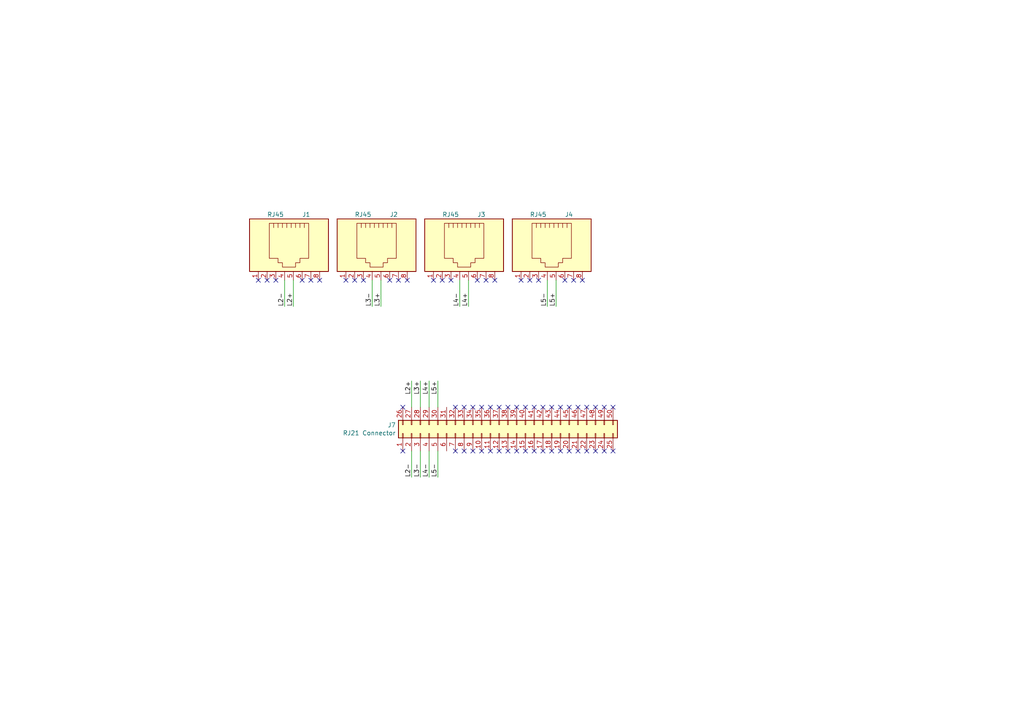
<source format=kicad_sch>
(kicad_sch (version 20211123) (generator eeschema)

  (uuid f17092c2-da41-47f4-a205-54f57effb47a)

  (paper "A4")

  (lib_symbols
    (symbol "Connector:RJ45" (pin_names (offset 1.016)) (in_bom yes) (on_board yes)
      (property "Reference" "J" (id 0) (at -5.08 13.97 0)
        (effects (font (size 1.27 1.27)) (justify right))
      )
      (property "Value" "RJ45" (id 1) (at 2.54 13.97 0)
        (effects (font (size 1.27 1.27)) (justify left))
      )
      (property "Footprint" "" (id 2) (at 0 0.635 90)
        (effects (font (size 1.27 1.27)) hide)
      )
      (property "Datasheet" "~" (id 3) (at 0 0.635 90)
        (effects (font (size 1.27 1.27)) hide)
      )
      (property "ki_keywords" "8P8C RJ female connector" (id 4) (at 0 0 0)
        (effects (font (size 1.27 1.27)) hide)
      )
      (property "ki_description" "RJ connector, 8P8C (8 positions 8 connected)" (id 5) (at 0 0 0)
        (effects (font (size 1.27 1.27)) hide)
      )
      (property "ki_fp_filters" "8P8C* RJ31* RJ32* RJ33* RJ34* RJ35* RJ41* RJ45* RJ49* RJ61*" (id 6) (at 0 0 0)
        (effects (font (size 1.27 1.27)) hide)
      )
      (symbol "RJ45_0_1"
        (polyline
          (pts
            (xy -5.08 4.445)
            (xy -6.35 4.445)
          )
          (stroke (width 0) (type default) (color 0 0 0 0))
          (fill (type none))
        )
        (polyline
          (pts
            (xy -5.08 5.715)
            (xy -6.35 5.715)
          )
          (stroke (width 0) (type default) (color 0 0 0 0))
          (fill (type none))
        )
        (polyline
          (pts
            (xy -6.35 -3.175)
            (xy -5.08 -3.175)
            (xy -5.08 -3.175)
          )
          (stroke (width 0) (type default) (color 0 0 0 0))
          (fill (type none))
        )
        (polyline
          (pts
            (xy -6.35 -1.905)
            (xy -5.08 -1.905)
            (xy -5.08 -1.905)
          )
          (stroke (width 0) (type default) (color 0 0 0 0))
          (fill (type none))
        )
        (polyline
          (pts
            (xy -6.35 -0.635)
            (xy -5.08 -0.635)
            (xy -5.08 -0.635)
          )
          (stroke (width 0) (type default) (color 0 0 0 0))
          (fill (type none))
        )
        (polyline
          (pts
            (xy -6.35 0.635)
            (xy -5.08 0.635)
            (xy -5.08 0.635)
          )
          (stroke (width 0) (type default) (color 0 0 0 0))
          (fill (type none))
        )
        (polyline
          (pts
            (xy -6.35 1.905)
            (xy -5.08 1.905)
            (xy -5.08 1.905)
          )
          (stroke (width 0) (type default) (color 0 0 0 0))
          (fill (type none))
        )
        (polyline
          (pts
            (xy -5.08 3.175)
            (xy -6.35 3.175)
            (xy -6.35 3.175)
          )
          (stroke (width 0) (type default) (color 0 0 0 0))
          (fill (type none))
        )
        (polyline
          (pts
            (xy -6.35 -4.445)
            (xy -6.35 6.985)
            (xy 3.81 6.985)
            (xy 3.81 4.445)
            (xy 5.08 4.445)
            (xy 5.08 3.175)
            (xy 6.35 3.175)
            (xy 6.35 -0.635)
            (xy 5.08 -0.635)
            (xy 5.08 -1.905)
            (xy 3.81 -1.905)
            (xy 3.81 -4.445)
            (xy -6.35 -4.445)
            (xy -6.35 -4.445)
          )
          (stroke (width 0) (type default) (color 0 0 0 0))
          (fill (type none))
        )
        (rectangle (start 7.62 12.7) (end -7.62 -10.16)
          (stroke (width 0.254) (type default) (color 0 0 0 0))
          (fill (type background))
        )
      )
      (symbol "RJ45_1_1"
        (pin passive line (at 10.16 -7.62 180) (length 2.54)
          (name "~" (effects (font (size 1.27 1.27))))
          (number "1" (effects (font (size 1.27 1.27))))
        )
        (pin passive line (at 10.16 -5.08 180) (length 2.54)
          (name "~" (effects (font (size 1.27 1.27))))
          (number "2" (effects (font (size 1.27 1.27))))
        )
        (pin passive line (at 10.16 -2.54 180) (length 2.54)
          (name "~" (effects (font (size 1.27 1.27))))
          (number "3" (effects (font (size 1.27 1.27))))
        )
        (pin passive line (at 10.16 0 180) (length 2.54)
          (name "~" (effects (font (size 1.27 1.27))))
          (number "4" (effects (font (size 1.27 1.27))))
        )
        (pin passive line (at 10.16 2.54 180) (length 2.54)
          (name "~" (effects (font (size 1.27 1.27))))
          (number "5" (effects (font (size 1.27 1.27))))
        )
        (pin passive line (at 10.16 5.08 180) (length 2.54)
          (name "~" (effects (font (size 1.27 1.27))))
          (number "6" (effects (font (size 1.27 1.27))))
        )
        (pin passive line (at 10.16 7.62 180) (length 2.54)
          (name "~" (effects (font (size 1.27 1.27))))
          (number "7" (effects (font (size 1.27 1.27))))
        )
        (pin passive line (at 10.16 10.16 180) (length 2.54)
          (name "~" (effects (font (size 1.27 1.27))))
          (number "8" (effects (font (size 1.27 1.27))))
        )
      )
    )
    (symbol "Connector_Generic:Conn_02x25_Top_Bottom" (pin_names (offset 1.016) hide) (in_bom yes) (on_board yes)
      (property "Reference" "J" (id 0) (at 1.27 33.02 0)
        (effects (font (size 1.27 1.27)))
      )
      (property "Value" "Conn_02x25_Top_Bottom" (id 1) (at 1.27 -33.02 0)
        (effects (font (size 1.27 1.27)))
      )
      (property "Footprint" "" (id 2) (at 0 0 0)
        (effects (font (size 1.27 1.27)) hide)
      )
      (property "Datasheet" "~" (id 3) (at 0 0 0)
        (effects (font (size 1.27 1.27)) hide)
      )
      (property "ki_keywords" "connector" (id 4) (at 0 0 0)
        (effects (font (size 1.27 1.27)) hide)
      )
      (property "ki_description" "Generic connector, double row, 02x25, top/bottom pin numbering scheme (row 1: 1...pins_per_row, row2: pins_per_row+1 ... num_pins), script generated (kicad-library-utils/schlib/autogen/connector/)" (id 5) (at 0 0 0)
        (effects (font (size 1.27 1.27)) hide)
      )
      (property "ki_fp_filters" "Connector*:*_2x??_*" (id 6) (at 0 0 0)
        (effects (font (size 1.27 1.27)) hide)
      )
      (symbol "Conn_02x25_Top_Bottom_1_1"
        (rectangle (start -1.27 -30.353) (end 0 -30.607)
          (stroke (width 0.1524) (type default) (color 0 0 0 0))
          (fill (type none))
        )
        (rectangle (start -1.27 -27.813) (end 0 -28.067)
          (stroke (width 0.1524) (type default) (color 0 0 0 0))
          (fill (type none))
        )
        (rectangle (start -1.27 -25.273) (end 0 -25.527)
          (stroke (width 0.1524) (type default) (color 0 0 0 0))
          (fill (type none))
        )
        (rectangle (start -1.27 -22.733) (end 0 -22.987)
          (stroke (width 0.1524) (type default) (color 0 0 0 0))
          (fill (type none))
        )
        (rectangle (start -1.27 -20.193) (end 0 -20.447)
          (stroke (width 0.1524) (type default) (color 0 0 0 0))
          (fill (type none))
        )
        (rectangle (start -1.27 -17.653) (end 0 -17.907)
          (stroke (width 0.1524) (type default) (color 0 0 0 0))
          (fill (type none))
        )
        (rectangle (start -1.27 -15.113) (end 0 -15.367)
          (stroke (width 0.1524) (type default) (color 0 0 0 0))
          (fill (type none))
        )
        (rectangle (start -1.27 -12.573) (end 0 -12.827)
          (stroke (width 0.1524) (type default) (color 0 0 0 0))
          (fill (type none))
        )
        (rectangle (start -1.27 -10.033) (end 0 -10.287)
          (stroke (width 0.1524) (type default) (color 0 0 0 0))
          (fill (type none))
        )
        (rectangle (start -1.27 -7.493) (end 0 -7.747)
          (stroke (width 0.1524) (type default) (color 0 0 0 0))
          (fill (type none))
        )
        (rectangle (start -1.27 -4.953) (end 0 -5.207)
          (stroke (width 0.1524) (type default) (color 0 0 0 0))
          (fill (type none))
        )
        (rectangle (start -1.27 -2.413) (end 0 -2.667)
          (stroke (width 0.1524) (type default) (color 0 0 0 0))
          (fill (type none))
        )
        (rectangle (start -1.27 0.127) (end 0 -0.127)
          (stroke (width 0.1524) (type default) (color 0 0 0 0))
          (fill (type none))
        )
        (rectangle (start -1.27 2.667) (end 0 2.413)
          (stroke (width 0.1524) (type default) (color 0 0 0 0))
          (fill (type none))
        )
        (rectangle (start -1.27 5.207) (end 0 4.953)
          (stroke (width 0.1524) (type default) (color 0 0 0 0))
          (fill (type none))
        )
        (rectangle (start -1.27 7.747) (end 0 7.493)
          (stroke (width 0.1524) (type default) (color 0 0 0 0))
          (fill (type none))
        )
        (rectangle (start -1.27 10.287) (end 0 10.033)
          (stroke (width 0.1524) (type default) (color 0 0 0 0))
          (fill (type none))
        )
        (rectangle (start -1.27 12.827) (end 0 12.573)
          (stroke (width 0.1524) (type default) (color 0 0 0 0))
          (fill (type none))
        )
        (rectangle (start -1.27 15.367) (end 0 15.113)
          (stroke (width 0.1524) (type default) (color 0 0 0 0))
          (fill (type none))
        )
        (rectangle (start -1.27 17.907) (end 0 17.653)
          (stroke (width 0.1524) (type default) (color 0 0 0 0))
          (fill (type none))
        )
        (rectangle (start -1.27 20.447) (end 0 20.193)
          (stroke (width 0.1524) (type default) (color 0 0 0 0))
          (fill (type none))
        )
        (rectangle (start -1.27 22.987) (end 0 22.733)
          (stroke (width 0.1524) (type default) (color 0 0 0 0))
          (fill (type none))
        )
        (rectangle (start -1.27 25.527) (end 0 25.273)
          (stroke (width 0.1524) (type default) (color 0 0 0 0))
          (fill (type none))
        )
        (rectangle (start -1.27 28.067) (end 0 27.813)
          (stroke (width 0.1524) (type default) (color 0 0 0 0))
          (fill (type none))
        )
        (rectangle (start -1.27 30.607) (end 0 30.353)
          (stroke (width 0.1524) (type default) (color 0 0 0 0))
          (fill (type none))
        )
        (rectangle (start -1.27 31.75) (end 3.81 -31.75)
          (stroke (width 0.254) (type default) (color 0 0 0 0))
          (fill (type background))
        )
        (rectangle (start 3.81 -30.353) (end 2.54 -30.607)
          (stroke (width 0.1524) (type default) (color 0 0 0 0))
          (fill (type none))
        )
        (rectangle (start 3.81 -27.813) (end 2.54 -28.067)
          (stroke (width 0.1524) (type default) (color 0 0 0 0))
          (fill (type none))
        )
        (rectangle (start 3.81 -25.273) (end 2.54 -25.527)
          (stroke (width 0.1524) (type default) (color 0 0 0 0))
          (fill (type none))
        )
        (rectangle (start 3.81 -22.733) (end 2.54 -22.987)
          (stroke (width 0.1524) (type default) (color 0 0 0 0))
          (fill (type none))
        )
        (rectangle (start 3.81 -20.193) (end 2.54 -20.447)
          (stroke (width 0.1524) (type default) (color 0 0 0 0))
          (fill (type none))
        )
        (rectangle (start 3.81 -17.653) (end 2.54 -17.907)
          (stroke (width 0.1524) (type default) (color 0 0 0 0))
          (fill (type none))
        )
        (rectangle (start 3.81 -15.113) (end 2.54 -15.367)
          (stroke (width 0.1524) (type default) (color 0 0 0 0))
          (fill (type none))
        )
        (rectangle (start 3.81 -12.573) (end 2.54 -12.827)
          (stroke (width 0.1524) (type default) (color 0 0 0 0))
          (fill (type none))
        )
        (rectangle (start 3.81 -10.033) (end 2.54 -10.287)
          (stroke (width 0.1524) (type default) (color 0 0 0 0))
          (fill (type none))
        )
        (rectangle (start 3.81 -7.493) (end 2.54 -7.747)
          (stroke (width 0.1524) (type default) (color 0 0 0 0))
          (fill (type none))
        )
        (rectangle (start 3.81 -4.953) (end 2.54 -5.207)
          (stroke (width 0.1524) (type default) (color 0 0 0 0))
          (fill (type none))
        )
        (rectangle (start 3.81 -2.413) (end 2.54 -2.667)
          (stroke (width 0.1524) (type default) (color 0 0 0 0))
          (fill (type none))
        )
        (rectangle (start 3.81 0.127) (end 2.54 -0.127)
          (stroke (width 0.1524) (type default) (color 0 0 0 0))
          (fill (type none))
        )
        (rectangle (start 3.81 2.667) (end 2.54 2.413)
          (stroke (width 0.1524) (type default) (color 0 0 0 0))
          (fill (type none))
        )
        (rectangle (start 3.81 5.207) (end 2.54 4.953)
          (stroke (width 0.1524) (type default) (color 0 0 0 0))
          (fill (type none))
        )
        (rectangle (start 3.81 7.747) (end 2.54 7.493)
          (stroke (width 0.1524) (type default) (color 0 0 0 0))
          (fill (type none))
        )
        (rectangle (start 3.81 10.287) (end 2.54 10.033)
          (stroke (width 0.1524) (type default) (color 0 0 0 0))
          (fill (type none))
        )
        (rectangle (start 3.81 12.827) (end 2.54 12.573)
          (stroke (width 0.1524) (type default) (color 0 0 0 0))
          (fill (type none))
        )
        (rectangle (start 3.81 15.367) (end 2.54 15.113)
          (stroke (width 0.1524) (type default) (color 0 0 0 0))
          (fill (type none))
        )
        (rectangle (start 3.81 17.907) (end 2.54 17.653)
          (stroke (width 0.1524) (type default) (color 0 0 0 0))
          (fill (type none))
        )
        (rectangle (start 3.81 20.447) (end 2.54 20.193)
          (stroke (width 0.1524) (type default) (color 0 0 0 0))
          (fill (type none))
        )
        (rectangle (start 3.81 22.987) (end 2.54 22.733)
          (stroke (width 0.1524) (type default) (color 0 0 0 0))
          (fill (type none))
        )
        (rectangle (start 3.81 25.527) (end 2.54 25.273)
          (stroke (width 0.1524) (type default) (color 0 0 0 0))
          (fill (type none))
        )
        (rectangle (start 3.81 28.067) (end 2.54 27.813)
          (stroke (width 0.1524) (type default) (color 0 0 0 0))
          (fill (type none))
        )
        (rectangle (start 3.81 30.607) (end 2.54 30.353)
          (stroke (width 0.1524) (type default) (color 0 0 0 0))
          (fill (type none))
        )
        (pin passive line (at -5.08 30.48 0) (length 3.81)
          (name "Pin_1" (effects (font (size 1.27 1.27))))
          (number "1" (effects (font (size 1.27 1.27))))
        )
        (pin passive line (at -5.08 7.62 0) (length 3.81)
          (name "Pin_10" (effects (font (size 1.27 1.27))))
          (number "10" (effects (font (size 1.27 1.27))))
        )
        (pin passive line (at -5.08 5.08 0) (length 3.81)
          (name "Pin_11" (effects (font (size 1.27 1.27))))
          (number "11" (effects (font (size 1.27 1.27))))
        )
        (pin passive line (at -5.08 2.54 0) (length 3.81)
          (name "Pin_12" (effects (font (size 1.27 1.27))))
          (number "12" (effects (font (size 1.27 1.27))))
        )
        (pin passive line (at -5.08 0 0) (length 3.81)
          (name "Pin_13" (effects (font (size 1.27 1.27))))
          (number "13" (effects (font (size 1.27 1.27))))
        )
        (pin passive line (at -5.08 -2.54 0) (length 3.81)
          (name "Pin_14" (effects (font (size 1.27 1.27))))
          (number "14" (effects (font (size 1.27 1.27))))
        )
        (pin passive line (at -5.08 -5.08 0) (length 3.81)
          (name "Pin_15" (effects (font (size 1.27 1.27))))
          (number "15" (effects (font (size 1.27 1.27))))
        )
        (pin passive line (at -5.08 -7.62 0) (length 3.81)
          (name "Pin_16" (effects (font (size 1.27 1.27))))
          (number "16" (effects (font (size 1.27 1.27))))
        )
        (pin passive line (at -5.08 -10.16 0) (length 3.81)
          (name "Pin_17" (effects (font (size 1.27 1.27))))
          (number "17" (effects (font (size 1.27 1.27))))
        )
        (pin passive line (at -5.08 -12.7 0) (length 3.81)
          (name "Pin_18" (effects (font (size 1.27 1.27))))
          (number "18" (effects (font (size 1.27 1.27))))
        )
        (pin passive line (at -5.08 -15.24 0) (length 3.81)
          (name "Pin_19" (effects (font (size 1.27 1.27))))
          (number "19" (effects (font (size 1.27 1.27))))
        )
        (pin passive line (at -5.08 27.94 0) (length 3.81)
          (name "Pin_2" (effects (font (size 1.27 1.27))))
          (number "2" (effects (font (size 1.27 1.27))))
        )
        (pin passive line (at -5.08 -17.78 0) (length 3.81)
          (name "Pin_20" (effects (font (size 1.27 1.27))))
          (number "20" (effects (font (size 1.27 1.27))))
        )
        (pin passive line (at -5.08 -20.32 0) (length 3.81)
          (name "Pin_21" (effects (font (size 1.27 1.27))))
          (number "21" (effects (font (size 1.27 1.27))))
        )
        (pin passive line (at -5.08 -22.86 0) (length 3.81)
          (name "Pin_22" (effects (font (size 1.27 1.27))))
          (number "22" (effects (font (size 1.27 1.27))))
        )
        (pin passive line (at -5.08 -25.4 0) (length 3.81)
          (name "Pin_23" (effects (font (size 1.27 1.27))))
          (number "23" (effects (font (size 1.27 1.27))))
        )
        (pin passive line (at -5.08 -27.94 0) (length 3.81)
          (name "Pin_24" (effects (font (size 1.27 1.27))))
          (number "24" (effects (font (size 1.27 1.27))))
        )
        (pin passive line (at -5.08 -30.48 0) (length 3.81)
          (name "Pin_25" (effects (font (size 1.27 1.27))))
          (number "25" (effects (font (size 1.27 1.27))))
        )
        (pin passive line (at 7.62 30.48 180) (length 3.81)
          (name "Pin_26" (effects (font (size 1.27 1.27))))
          (number "26" (effects (font (size 1.27 1.27))))
        )
        (pin passive line (at 7.62 27.94 180) (length 3.81)
          (name "Pin_27" (effects (font (size 1.27 1.27))))
          (number "27" (effects (font (size 1.27 1.27))))
        )
        (pin passive line (at 7.62 25.4 180) (length 3.81)
          (name "Pin_28" (effects (font (size 1.27 1.27))))
          (number "28" (effects (font (size 1.27 1.27))))
        )
        (pin passive line (at 7.62 22.86 180) (length 3.81)
          (name "Pin_29" (effects (font (size 1.27 1.27))))
          (number "29" (effects (font (size 1.27 1.27))))
        )
        (pin passive line (at -5.08 25.4 0) (length 3.81)
          (name "Pin_3" (effects (font (size 1.27 1.27))))
          (number "3" (effects (font (size 1.27 1.27))))
        )
        (pin passive line (at 7.62 20.32 180) (length 3.81)
          (name "Pin_30" (effects (font (size 1.27 1.27))))
          (number "30" (effects (font (size 1.27 1.27))))
        )
        (pin passive line (at 7.62 17.78 180) (length 3.81)
          (name "Pin_31" (effects (font (size 1.27 1.27))))
          (number "31" (effects (font (size 1.27 1.27))))
        )
        (pin passive line (at 7.62 15.24 180) (length 3.81)
          (name "Pin_32" (effects (font (size 1.27 1.27))))
          (number "32" (effects (font (size 1.27 1.27))))
        )
        (pin passive line (at 7.62 12.7 180) (length 3.81)
          (name "Pin_33" (effects (font (size 1.27 1.27))))
          (number "33" (effects (font (size 1.27 1.27))))
        )
        (pin passive line (at 7.62 10.16 180) (length 3.81)
          (name "Pin_34" (effects (font (size 1.27 1.27))))
          (number "34" (effects (font (size 1.27 1.27))))
        )
        (pin passive line (at 7.62 7.62 180) (length 3.81)
          (name "Pin_35" (effects (font (size 1.27 1.27))))
          (number "35" (effects (font (size 1.27 1.27))))
        )
        (pin passive line (at 7.62 5.08 180) (length 3.81)
          (name "Pin_36" (effects (font (size 1.27 1.27))))
          (number "36" (effects (font (size 1.27 1.27))))
        )
        (pin passive line (at 7.62 2.54 180) (length 3.81)
          (name "Pin_37" (effects (font (size 1.27 1.27))))
          (number "37" (effects (font (size 1.27 1.27))))
        )
        (pin passive line (at 7.62 0 180) (length 3.81)
          (name "Pin_38" (effects (font (size 1.27 1.27))))
          (number "38" (effects (font (size 1.27 1.27))))
        )
        (pin passive line (at 7.62 -2.54 180) (length 3.81)
          (name "Pin_39" (effects (font (size 1.27 1.27))))
          (number "39" (effects (font (size 1.27 1.27))))
        )
        (pin passive line (at -5.08 22.86 0) (length 3.81)
          (name "Pin_4" (effects (font (size 1.27 1.27))))
          (number "4" (effects (font (size 1.27 1.27))))
        )
        (pin passive line (at 7.62 -5.08 180) (length 3.81)
          (name "Pin_40" (effects (font (size 1.27 1.27))))
          (number "40" (effects (font (size 1.27 1.27))))
        )
        (pin passive line (at 7.62 -7.62 180) (length 3.81)
          (name "Pin_41" (effects (font (size 1.27 1.27))))
          (number "41" (effects (font (size 1.27 1.27))))
        )
        (pin passive line (at 7.62 -10.16 180) (length 3.81)
          (name "Pin_42" (effects (font (size 1.27 1.27))))
          (number "42" (effects (font (size 1.27 1.27))))
        )
        (pin passive line (at 7.62 -12.7 180) (length 3.81)
          (name "Pin_43" (effects (font (size 1.27 1.27))))
          (number "43" (effects (font (size 1.27 1.27))))
        )
        (pin passive line (at 7.62 -15.24 180) (length 3.81)
          (name "Pin_44" (effects (font (size 1.27 1.27))))
          (number "44" (effects (font (size 1.27 1.27))))
        )
        (pin passive line (at 7.62 -17.78 180) (length 3.81)
          (name "Pin_45" (effects (font (size 1.27 1.27))))
          (number "45" (effects (font (size 1.27 1.27))))
        )
        (pin passive line (at 7.62 -20.32 180) (length 3.81)
          (name "Pin_46" (effects (font (size 1.27 1.27))))
          (number "46" (effects (font (size 1.27 1.27))))
        )
        (pin passive line (at 7.62 -22.86 180) (length 3.81)
          (name "Pin_47" (effects (font (size 1.27 1.27))))
          (number "47" (effects (font (size 1.27 1.27))))
        )
        (pin passive line (at 7.62 -25.4 180) (length 3.81)
          (name "Pin_48" (effects (font (size 1.27 1.27))))
          (number "48" (effects (font (size 1.27 1.27))))
        )
        (pin passive line (at 7.62 -27.94 180) (length 3.81)
          (name "Pin_49" (effects (font (size 1.27 1.27))))
          (number "49" (effects (font (size 1.27 1.27))))
        )
        (pin passive line (at -5.08 20.32 0) (length 3.81)
          (name "Pin_5" (effects (font (size 1.27 1.27))))
          (number "5" (effects (font (size 1.27 1.27))))
        )
        (pin passive line (at 7.62 -30.48 180) (length 3.81)
          (name "Pin_50" (effects (font (size 1.27 1.27))))
          (number "50" (effects (font (size 1.27 1.27))))
        )
        (pin passive line (at -5.08 17.78 0) (length 3.81)
          (name "Pin_6" (effects (font (size 1.27 1.27))))
          (number "6" (effects (font (size 1.27 1.27))))
        )
        (pin passive line (at -5.08 15.24 0) (length 3.81)
          (name "Pin_7" (effects (font (size 1.27 1.27))))
          (number "7" (effects (font (size 1.27 1.27))))
        )
        (pin passive line (at -5.08 12.7 0) (length 3.81)
          (name "Pin_8" (effects (font (size 1.27 1.27))))
          (number "8" (effects (font (size 1.27 1.27))))
        )
        (pin passive line (at -5.08 10.16 0) (length 3.81)
          (name "Pin_9" (effects (font (size 1.27 1.27))))
          (number "9" (effects (font (size 1.27 1.27))))
        )
      )
    )
  )


  (no_connect (at 137.16 130.81) (uuid 017206e9-0768-4080-a9d1-95a0f54e1f86))
  (no_connect (at 152.4 130.81) (uuid 050343db-5e40-4430-aee5-fd817c54ec0d))
  (no_connect (at 167.64 118.11) (uuid 05b7be83-f69d-4abf-8aa8-ddc2296bd5bf))
  (no_connect (at 138.43 81.28) (uuid 0bfd1b08-46e5-4971-acea-ee3ffaafed3a))
  (no_connect (at 152.4 118.11) (uuid 1201a3fa-3dcb-4ad7-a717-eb0525ae0d36))
  (no_connect (at 160.02 130.81) (uuid 1518ec65-b137-4364-b73f-6ef59a3e0ec1))
  (no_connect (at 160.02 118.11) (uuid 17b5b115-3226-4bff-9176-ccec14f0011a))
  (no_connect (at 139.7 118.11) (uuid 1caabcd7-63e6-402e-855a-f4c2bece08e6))
  (no_connect (at 147.32 118.11) (uuid 1d98c627-1d3b-41bf-be3a-70477d757de6))
  (no_connect (at 177.8 118.11) (uuid 23299aa3-fe5b-44a8-9e2f-c4da5562e0f4))
  (no_connect (at 175.26 118.11) (uuid 28a65015-d7fd-441b-932f-fbe8135c2762))
  (no_connect (at 157.48 130.81) (uuid 2d2d421e-8eb8-402a-9723-8404d29b7a9a))
  (no_connect (at 116.84 130.81) (uuid 300ea6d5-7691-4064-88db-a96e8904bcd7))
  (no_connect (at 149.86 130.81) (uuid 32533282-216a-4088-b597-75ba674c2a54))
  (no_connect (at 149.86 118.11) (uuid 3762fb86-bd33-4a9f-938a-9530d5543ee9))
  (no_connect (at 172.72 118.11) (uuid 3c0a64f0-dccb-41e6-9c74-3c78e90eed8e))
  (no_connect (at 144.78 118.11) (uuid 429d4d1f-98c2-4975-936f-0ec270374e0d))
  (no_connect (at 170.18 118.11) (uuid 46e98d9d-451f-4889-9ca1-5be5da33a3f1))
  (no_connect (at 162.56 118.11) (uuid 49445ee5-4ae7-4f31-8421-0edfc624d070))
  (no_connect (at 172.72 130.81) (uuid 4ac39b39-83e3-45f1-b4a1-f3fe27f84049))
  (no_connect (at 175.26 130.81) (uuid 4c12bd91-1ff4-4477-8451-eb225af37388))
  (no_connect (at 113.03 81.28) (uuid 57d88c37-7a4a-4b7a-9003-2b5f7accc667))
  (no_connect (at 137.16 118.11) (uuid 5e8b769c-d727-4f0d-9d42-c1e946d4c2ee))
  (no_connect (at 142.24 118.11) (uuid 5f4620c0-7191-475d-bc11-34c575c43c6a))
  (no_connect (at 154.94 130.81) (uuid 666a849a-d717-4a52-b92e-b89836e6459b))
  (no_connect (at 100.33 81.28) (uuid 6bc0c3aa-b76b-475c-8135-962fed0104a3))
  (no_connect (at 115.57 81.28) (uuid 6ee87ae0-bd64-481e-914a-91850a24b73b))
  (no_connect (at 140.97 81.28) (uuid 71d6af1f-8747-4220-ad58-8065667e27aa))
  (no_connect (at 147.32 130.81) (uuid 7813843d-8465-4cb1-9df4-131510826b7b))
  (no_connect (at 157.48 118.11) (uuid 7970066d-7844-4cdc-80db-2273af41dfa4))
  (no_connect (at 118.11 81.28) (uuid 833d609f-47d3-4a9d-bc5d-9490331acef8))
  (no_connect (at 125.73 81.28) (uuid 87bc1c1b-a3c0-4c2c-9bea-3f3d06cd97b5))
  (no_connect (at 139.7 130.81) (uuid 8a42788a-2ddb-4217-adef-5f5649df97b7))
  (no_connect (at 116.84 118.11) (uuid 8d5dd533-f599-47e4-adf1-7225e3d45b74))
  (no_connect (at 74.93 81.28) (uuid 9016868d-e20d-4074-aa32-bc34d533d963))
  (no_connect (at 134.62 130.81) (uuid 95241176-b1f6-401f-bcb6-8b3b772b27be))
  (no_connect (at 87.63 81.28) (uuid 9c66dfc0-60cc-44a2-b255-a143cdc4f5bd))
  (no_connect (at 77.47 81.28) (uuid b11e5796-2b88-4f63-8a86-2e35cac530cc))
  (no_connect (at 128.27 81.28) (uuid b4e41167-e0e7-411d-af7b-8f5c6f7d8dda))
  (no_connect (at 142.24 130.81) (uuid b62d1163-6c0e-4387-a134-31ede19ac1b9))
  (no_connect (at 170.18 130.81) (uuid b72dd034-1e04-4996-bfc1-c437e7000db1))
  (no_connect (at 132.08 130.81) (uuid ba68e0db-ffec-4af2-9e39-e4f2ad53a9cf))
  (no_connect (at 132.08 118.11) (uuid ba7089e3-d363-424c-ae2e-c465eede4aef))
  (no_connect (at 151.13 81.28) (uuid bd97fdb6-c056-4510-886a-d34bdf15bfab))
  (no_connect (at 166.37 81.28) (uuid bde466f5-8b4d-4d53-b572-b742dad75d33))
  (no_connect (at 90.17 81.28) (uuid c011c22a-581f-4e3c-aefc-438b4e5f2003))
  (no_connect (at 165.1 118.11) (uuid c0750cb2-d750-4909-a243-10f28492026e))
  (no_connect (at 92.71 81.28) (uuid c4dd16a1-1e48-485f-ba5b-3ec1666ff2a8))
  (no_connect (at 154.94 118.11) (uuid c76f1f3a-af88-430c-b784-a4c1d314d1de))
  (no_connect (at 168.91 81.28) (uuid c8187ed0-59a9-4bf3-81b6-6c3b6c22fcb8))
  (no_connect (at 144.78 130.81) (uuid cb0e5a4a-4762-482f-9d75-4293bc6d2058))
  (no_connect (at 80.01 81.28) (uuid cb78220a-97c6-48a4-9a17-9ed5e5c675dc))
  (no_connect (at 102.87 81.28) (uuid ced22d8d-2157-448c-a77a-28fce96a3e2f))
  (no_connect (at 153.67 81.28) (uuid d3826308-8864-4152-9030-efc296956e58))
  (no_connect (at 167.64 130.81) (uuid d464b69e-fa5e-4afc-ba3f-0c4a23fc9772))
  (no_connect (at 177.8 130.81) (uuid d5a30c24-ad77-4b90-8bba-329c5e5af11e))
  (no_connect (at 130.81 81.28) (uuid d75a0f07-533f-4e84-8b93-8e22f5874a97))
  (no_connect (at 105.41 81.28) (uuid dd882121-b2e8-41b5-b76d-aed5d8fcb304))
  (no_connect (at 165.1 130.81) (uuid dfb2e9ab-1aab-4a6d-9028-370bef1fc34b))
  (no_connect (at 162.56 130.81) (uuid e6d1d372-aa7c-4e19-b433-7242fe9395f1))
  (no_connect (at 134.62 118.11) (uuid ebe96686-ad95-4be1-a206-b95b8d9bc7a9))
  (no_connect (at 156.21 81.28) (uuid f23c4aa2-b5f4-43db-b3fb-9fad2199b01a))
  (no_connect (at 163.83 81.28) (uuid f7bc6c92-ffbe-4d45-a413-6953e096af9e))
  (no_connect (at 143.51 81.28) (uuid fa21c2ca-a8bb-45a3-96d3-18611c307006))

  (wire (pts (xy 121.92 118.11) (xy 121.92 110.49))
    (stroke (width 0) (type default) (color 0 0 0 0))
    (uuid 15f47f52-cf65-4d4e-a677-d9f6c299ca9c)
  )
  (wire (pts (xy 133.35 81.28) (xy 133.35 88.9))
    (stroke (width 0) (type default) (color 0 0 0 0))
    (uuid 32cf07d7-f236-41c1-953e-e144ab5cb5ac)
  )
  (wire (pts (xy 124.46 130.81) (xy 124.46 138.43))
    (stroke (width 0) (type default) (color 0 0 0 0))
    (uuid 36ac75fe-a959-4a9f-bfdf-cd93973cb379)
  )
  (wire (pts (xy 85.09 81.28) (xy 85.09 88.9))
    (stroke (width 0) (type default) (color 0 0 0 0))
    (uuid 3ce4bbae-9b61-496b-ae97-329cc18fa020)
  )
  (wire (pts (xy 127 118.11) (xy 127 110.49))
    (stroke (width 0) (type default) (color 0 0 0 0))
    (uuid 65f8b3ad-b8f1-4375-9e84-d75167c3b310)
  )
  (wire (pts (xy 135.89 81.28) (xy 135.89 88.9))
    (stroke (width 0) (type default) (color 0 0 0 0))
    (uuid 6b29dcf2-1caf-46b0-aa1d-f4ec2359c853)
  )
  (wire (pts (xy 82.55 81.28) (xy 82.55 88.9))
    (stroke (width 0) (type default) (color 0 0 0 0))
    (uuid 7184817e-5cf1-4e77-ad7e-426623cd942e)
  )
  (wire (pts (xy 107.95 81.28) (xy 107.95 88.9))
    (stroke (width 0) (type default) (color 0 0 0 0))
    (uuid 7b03b352-c2d6-4277-ad0b-a6494829d21d)
  )
  (wire (pts (xy 110.49 81.28) (xy 110.49 88.9))
    (stroke (width 0) (type default) (color 0 0 0 0))
    (uuid 9b078782-79aa-4464-9b26-573d5ad6d0a3)
  )
  (wire (pts (xy 158.75 81.28) (xy 158.75 88.9))
    (stroke (width 0) (type default) (color 0 0 0 0))
    (uuid afc1c0d5-b364-4fad-81ab-5baf56bf0de3)
  )
  (wire (pts (xy 119.38 118.11) (xy 119.38 110.49))
    (stroke (width 0) (type default) (color 0 0 0 0))
    (uuid b2fbefee-6a74-4b87-9bff-d661872490d7)
  )
  (wire (pts (xy 119.38 130.81) (xy 119.38 138.43))
    (stroke (width 0) (type default) (color 0 0 0 0))
    (uuid d451fcfb-0f86-40fc-afae-46a342e04928)
  )
  (wire (pts (xy 127 130.81) (xy 127 138.43))
    (stroke (width 0) (type default) (color 0 0 0 0))
    (uuid e44fcfe1-62dc-424b-a8da-e5908a19d9d1)
  )
  (wire (pts (xy 124.46 118.11) (xy 124.46 110.49))
    (stroke (width 0) (type default) (color 0 0 0 0))
    (uuid e52e7634-54cc-4e9f-a8b4-d88af9be0259)
  )
  (wire (pts (xy 121.92 130.81) (xy 121.92 138.43))
    (stroke (width 0) (type default) (color 0 0 0 0))
    (uuid e93999e0-8b9f-4151-a0cc-7aa22c700ab3)
  )
  (wire (pts (xy 161.29 81.28) (xy 161.29 88.9))
    (stroke (width 0) (type default) (color 0 0 0 0))
    (uuid ea86320f-4c8f-4f79-8760-ca60d4709d2b)
  )

  (label "L5-" (at 158.75 88.9 90)
    (effects (font (size 1.27 1.27)) (justify left bottom))
    (uuid 0327fd75-341c-48cb-81b5-eb53121c81f2)
  )
  (label "L3-" (at 107.95 88.9 90)
    (effects (font (size 1.27 1.27)) (justify left bottom))
    (uuid 0fdea8f5-660d-45eb-b042-1a24c6f27dac)
  )
  (label "L5+" (at 161.29 88.9 90)
    (effects (font (size 1.27 1.27)) (justify left bottom))
    (uuid 3d3a7b88-58c4-4404-a476-47afb09f374a)
  )
  (label "L2+" (at 85.09 88.9 90)
    (effects (font (size 1.27 1.27)) (justify left bottom))
    (uuid 59e0fefb-80be-47fc-8df5-92ef41778491)
  )
  (label "L4+" (at 124.46 110.49 270)
    (effects (font (size 1.27 1.27)) (justify right bottom))
    (uuid 5e1474c3-6aa9-409c-bd51-af878e539c69)
  )
  (label "L2+" (at 119.38 110.49 270)
    (effects (font (size 1.27 1.27)) (justify right bottom))
    (uuid 6a8692a8-70ec-492b-816b-ba878b8431d3)
  )
  (label "L4-" (at 133.35 88.9 90)
    (effects (font (size 1.27 1.27)) (justify left bottom))
    (uuid 72e15776-7f39-4a36-9428-e36009f99a2c)
  )
  (label "L2-" (at 82.55 88.9 90)
    (effects (font (size 1.27 1.27)) (justify left bottom))
    (uuid 768f2da5-80fa-4192-8f28-309ba09996c3)
  )
  (label "L3+" (at 121.92 110.49 270)
    (effects (font (size 1.27 1.27)) (justify right bottom))
    (uuid 83541e6b-aa24-4956-a97a-de62111cc9de)
  )
  (label "L3+" (at 110.49 88.9 90)
    (effects (font (size 1.27 1.27)) (justify left bottom))
    (uuid 9e860206-7730-452c-b9e7-7cb90fcb859d)
  )
  (label "L5-" (at 127 138.43 90)
    (effects (font (size 1.27 1.27)) (justify left bottom))
    (uuid a253e36e-5985-44b2-8e49-716142514be9)
  )
  (label "L2-" (at 119.38 138.43 90)
    (effects (font (size 1.27 1.27)) (justify left bottom))
    (uuid c0d94719-b234-44d6-9ac6-cc9ab1302e7e)
  )
  (label "L5+" (at 127 110.49 270)
    (effects (font (size 1.27 1.27)) (justify right bottom))
    (uuid ce14796b-238d-4650-8a29-bb353eeeb101)
  )
  (label "L4+" (at 135.89 88.9 90)
    (effects (font (size 1.27 1.27)) (justify left bottom))
    (uuid f57357df-2bb5-4795-b22c-1640d6ed69d2)
  )
  (label "L4-" (at 124.46 138.43 90)
    (effects (font (size 1.27 1.27)) (justify left bottom))
    (uuid f725c578-bf64-4c84-844d-202075a2d59d)
  )
  (label "L3-" (at 121.92 138.43 90)
    (effects (font (size 1.27 1.27)) (justify left bottom))
    (uuid fbc7d8e5-d851-4084-bac2-dac510d6de84)
  )

  (symbol (lib_id "Connector_Generic:Conn_02x25_Top_Bottom") (at 147.32 125.73 90) (unit 1)
    (in_bom yes) (on_board yes)
    (uuid 00000000-0000-0000-0000-000061ff94fe)
    (property "Reference" "J7" (id 0) (at 114.808 123.2916 90)
      (effects (font (size 1.27 1.27)) (justify left))
    )
    (property "Value" "RJ21 Connector" (id 1) (at 114.808 125.603 90)
      (effects (font (size 1.27 1.27)) (justify left))
    )
    (property "Footprint" "1afootprints:AliExpress_RJ21" (id 2) (at 147.32 125.73 0)
      (effects (font (size 1.27 1.27)) hide)
    )
    (property "Datasheet" "~" (id 3) (at 147.32 125.73 0)
      (effects (font (size 1.27 1.27)) hide)
    )
    (pin "1" (uuid ef0c3cc6-c291-48c1-8582-376c215f04c3))
    (pin "10" (uuid 6237b41f-98cb-41d5-9bac-1e6651e812c8))
    (pin "11" (uuid 0bb61f23-45e3-43ff-9b0c-86d0aa323c0e))
    (pin "12" (uuid 2c442406-43c6-4093-9682-235dbf6a34e0))
    (pin "13" (uuid 97510e2f-05f4-42f5-bbf5-8cc47dfccaf7))
    (pin "14" (uuid a8ce136e-ec20-43a6-8fbe-4fdb8aa40e0b))
    (pin "15" (uuid 307a2d5d-6f57-4673-8e9a-a8a886287000))
    (pin "16" (uuid bd2e0919-11cc-49f7-8794-df055087a3d8))
    (pin "17" (uuid 9d8d5649-e99b-42f7-933e-5c5b258f2457))
    (pin "18" (uuid 685dbf10-c07d-44c2-9f67-7265a016f1be))
    (pin "19" (uuid 0b4f30e1-5503-4f34-a695-6fe793f9c7c1))
    (pin "2" (uuid 81189ef9-3532-489c-8b14-c114d2355233))
    (pin "20" (uuid f805f22f-2da7-485d-a6a6-351a7c0b6a19))
    (pin "21" (uuid 50efe651-c3a8-4e82-b12e-f7d61e9466c0))
    (pin "22" (uuid 93a61657-bf37-4225-a702-b842a7770066))
    (pin "23" (uuid 122034f8-171c-42c2-a772-9b00ada7b00a))
    (pin "24" (uuid a3dd52a9-bc91-44a5-a48a-896049efb417))
    (pin "25" (uuid 78e82e50-1748-41c7-82cb-8b2e5f71f598))
    (pin "26" (uuid 402ff152-fe4d-4e27-b0f5-1f342a2b246d))
    (pin "27" (uuid 7c8a32f7-f982-4a90-895a-fee52fe2313e))
    (pin "28" (uuid a2fef444-34a4-4420-887f-6b3fa4051d0f))
    (pin "29" (uuid a249a68d-2298-472f-b7e5-457a7c8b2634))
    (pin "3" (uuid b12f51da-42ad-4657-85dd-23705744f0fa))
    (pin "30" (uuid d471474d-9285-45cb-87a7-d1b007be83d1))
    (pin "31" (uuid f9203bb6-3f25-48ad-bda2-35fc2d4a8fb2))
    (pin "32" (uuid e650a3e7-80ed-4070-9034-e30f3f53d9f2))
    (pin "33" (uuid ef91854c-c9f4-4ccc-a31a-ca8dbffd5039))
    (pin "34" (uuid 06854982-2ac6-47e9-a1d4-1020311ad7ab))
    (pin "35" (uuid 8195fbd3-c7c7-4bff-81d6-54144bfb7689))
    (pin "36" (uuid 4feb3f07-e214-4f31-ac43-4281ba2af4d6))
    (pin "37" (uuid d5d2c254-8914-4610-86dd-46b17687e3c5))
    (pin "38" (uuid 07a8da2a-2e44-4100-aa5e-19ae467dd725))
    (pin "39" (uuid b95c6549-7111-4cd3-85c8-e16923354726))
    (pin "4" (uuid bcbce33d-6132-47b1-8f1a-4013109f4dfe))
    (pin "40" (uuid 6b404feb-eb27-4ae0-9d44-17fc05ca858b))
    (pin "41" (uuid 3021a934-4562-4069-a47e-700e586073ec))
    (pin "42" (uuid d59115c2-1d22-42e3-b4ec-2bd04618d515))
    (pin "43" (uuid df1980da-261c-4a86-a962-1e84854f1a6d))
    (pin "44" (uuid 5b93c499-4748-42f2-a220-d8da2b6ae435))
    (pin "45" (uuid 4c5850c6-bf29-4465-91cb-4f05d85eeab0))
    (pin "46" (uuid e209433e-bfbe-4b37-813c-0726a09518aa))
    (pin "47" (uuid 9aa3b37e-99fe-4277-b59a-27c081e0c574))
    (pin "48" (uuid 70bcb6a5-b6ec-47b8-b0f2-d88156c52b7f))
    (pin "49" (uuid cb6e0a78-4d68-4022-98a9-4482efbc670a))
    (pin "5" (uuid b804ff0a-7cbb-4be4-88de-9d06a2864316))
    (pin "50" (uuid 28158850-0628-4074-90d5-7bed08848f0f))
    (pin "6" (uuid 3aa5c165-ea67-4bab-81d2-0afc3e3b07a5))
    (pin "7" (uuid a1842c28-b60e-44c2-8c16-b51b8b84a2c4))
    (pin "8" (uuid fafc7504-bfef-4265-a9d4-dd5b351fb1b4))
    (pin "9" (uuid dd06b739-5e21-4ff9-b592-d9e48e877b1a))
  )

  (symbol (lib_id "Connector:RJ45") (at 82.55 71.12 270) (unit 1)
    (in_bom yes) (on_board yes)
    (uuid 00000000-0000-0000-0000-000062015481)
    (property "Reference" "J1" (id 0) (at 87.63 62.23 90)
      (effects (font (size 1.27 1.27)) (justify left))
    )
    (property "Value" "RJ45" (id 1) (at 77.47 62.23 90)
      (effects (font (size 1.27 1.27)) (justify left))
    )
    (property "Footprint" "Connector_RJ:RJ45_OST_PJ012-8P8CX_Vertical" (id 2) (at 83.185 71.12 90)
      (effects (font (size 1.27 1.27)) hide)
    )
    (property "Datasheet" "~" (id 3) (at 83.185 71.12 90)
      (effects (font (size 1.27 1.27)) hide)
    )
    (pin "1" (uuid 8a5dc1df-4eb7-46ce-87ec-4c0cfc2e2003))
    (pin "2" (uuid 4050067b-f9ab-4682-b684-48d5ecec49f1))
    (pin "3" (uuid c6575a2b-2a45-4cd6-a95d-d447f8c2b817))
    (pin "4" (uuid f858cb00-af4b-4e1f-a148-cfe9b1b4b93f))
    (pin "5" (uuid 89db84b7-1fa6-478f-a526-06ea835361a0))
    (pin "6" (uuid b5fe59f7-943c-4eda-9a9f-1bf0e1411db2))
    (pin "7" (uuid eeaf4e7c-a0d4-4a6a-9e09-1e945ebdac31))
    (pin "8" (uuid 90366b8d-f65d-4852-82e2-aca0cb2e4b99))
  )

  (symbol (lib_id "Connector:RJ45") (at 107.95 71.12 270) (unit 1)
    (in_bom yes) (on_board yes)
    (uuid 00000000-0000-0000-0000-00006202cbd5)
    (property "Reference" "J2" (id 0) (at 113.03 62.23 90)
      (effects (font (size 1.27 1.27)) (justify left))
    )
    (property "Value" "RJ45" (id 1) (at 102.87 62.23 90)
      (effects (font (size 1.27 1.27)) (justify left))
    )
    (property "Footprint" "Connector_RJ:RJ45_OST_PJ012-8P8CX_Vertical" (id 2) (at 108.585 71.12 90)
      (effects (font (size 1.27 1.27)) hide)
    )
    (property "Datasheet" "~" (id 3) (at 108.585 71.12 90)
      (effects (font (size 1.27 1.27)) hide)
    )
    (pin "1" (uuid 27fb396a-9956-414e-b59f-7c8d05b18a03))
    (pin "2" (uuid c111cae2-eb12-4c5f-b7ec-e34f96689b3f))
    (pin "3" (uuid e1f9dadb-450c-4127-b874-d648ae79801c))
    (pin "4" (uuid ce769250-1bd9-4cfa-b272-9ebdc3a99105))
    (pin "5" (uuid c977df82-5119-4a59-9877-9c82b4fb3d28))
    (pin "6" (uuid dcc7a88c-fe80-4e40-972e-0a304f0abbde))
    (pin "7" (uuid 0265e8d9-9b49-4169-88f6-888e4a405620))
    (pin "8" (uuid abdcb527-ac5e-49f5-beab-0145c7422359))
  )

  (symbol (lib_id "Connector:RJ45") (at 133.35 71.12 270) (unit 1)
    (in_bom yes) (on_board yes)
    (uuid 00000000-0000-0000-0000-00006202cbfd)
    (property "Reference" "J3" (id 0) (at 138.43 62.23 90)
      (effects (font (size 1.27 1.27)) (justify left))
    )
    (property "Value" "RJ45" (id 1) (at 128.27 62.23 90)
      (effects (font (size 1.27 1.27)) (justify left))
    )
    (property "Footprint" "Connector_RJ:RJ45_OST_PJ012-8P8CX_Vertical" (id 2) (at 133.985 71.12 90)
      (effects (font (size 1.27 1.27)) hide)
    )
    (property "Datasheet" "~" (id 3) (at 133.985 71.12 90)
      (effects (font (size 1.27 1.27)) hide)
    )
    (pin "1" (uuid dde698ce-f04d-4e30-ac26-9c0d3cd75c4f))
    (pin "2" (uuid 16239102-0cfb-4eb8-bf86-db2cc79527cb))
    (pin "3" (uuid 7b60ac49-c7ed-49e8-a509-bca494d49fa3))
    (pin "4" (uuid 215ce447-aa1a-433f-b45c-452bd6c68321))
    (pin "5" (uuid 0bc3edc3-6d25-48b8-b396-10de32d61026))
    (pin "6" (uuid 47a6d294-9634-417b-9f85-87025286322e))
    (pin "7" (uuid 45c1acdd-97cc-4be0-ae4a-802165b45e41))
    (pin "8" (uuid 72fbadd6-b4a9-47a2-8bbc-3135bda5419b))
  )

  (symbol (lib_id "Connector:RJ45") (at 158.75 71.12 270) (unit 1)
    (in_bom yes) (on_board yes)
    (uuid 00000000-0000-0000-0000-0000620396a4)
    (property "Reference" "J4" (id 0) (at 163.83 62.23 90)
      (effects (font (size 1.27 1.27)) (justify left))
    )
    (property "Value" "RJ45" (id 1) (at 153.67 62.23 90)
      (effects (font (size 1.27 1.27)) (justify left))
    )
    (property "Footprint" "Connector_RJ:RJ45_OST_PJ012-8P8CX_Vertical" (id 2) (at 159.385 71.12 90)
      (effects (font (size 1.27 1.27)) hide)
    )
    (property "Datasheet" "~" (id 3) (at 159.385 71.12 90)
      (effects (font (size 1.27 1.27)) hide)
    )
    (pin "1" (uuid d3a6b60c-c755-4fb3-aa76-43780664a85c))
    (pin "2" (uuid bb858351-f88b-4079-9074-4aa1b86d96e5))
    (pin "3" (uuid 9a437b96-da16-46d5-88a4-ba04c43fd2cd))
    (pin "4" (uuid 235d76c1-fbb5-456c-b6a7-200765c602f1))
    (pin "5" (uuid 8bbbe947-f800-44f0-8583-6e24c0724297))
    (pin "6" (uuid 8a124d6a-81b9-4f2a-8cc4-c40110941cf1))
    (pin "7" (uuid df5b8f7c-d808-46fd-a37c-7f0432505afe))
    (pin "8" (uuid 09c46a88-545c-4333-9fb7-65488d8a0e12))
  )

  (sheet_instances
    (path "/" (page "1"))
  )

  (symbol_instances
    (path "/00000000-0000-0000-0000-000062015481"
      (reference "J1") (unit 1) (value "RJ45") (footprint "Connector_RJ:RJ45_OST_PJ012-8P8CX_Vertical")
    )
    (path "/00000000-0000-0000-0000-00006202cbd5"
      (reference "J2") (unit 1) (value "RJ45") (footprint "Connector_RJ:RJ45_OST_PJ012-8P8CX_Vertical")
    )
    (path "/00000000-0000-0000-0000-00006202cbfd"
      (reference "J3") (unit 1) (value "RJ45") (footprint "Connector_RJ:RJ45_OST_PJ012-8P8CX_Vertical")
    )
    (path "/00000000-0000-0000-0000-0000620396a4"
      (reference "J4") (unit 1) (value "RJ45") (footprint "Connector_RJ:RJ45_OST_PJ012-8P8CX_Vertical")
    )
    (path "/00000000-0000-0000-0000-000061ff94fe"
      (reference "J7") (unit 1) (value "RJ21 Connector") (footprint "1afootprints:AliExpress_RJ21")
    )
  )
)

</source>
